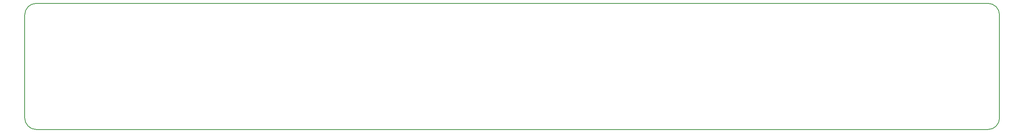
<source format=gbr>
G04 #@! TF.GenerationSoftware,KiCad,Pcbnew,(5.0.1)-4*
G04 #@! TF.CreationDate,2019-03-05T02:26:38+01:00*
G04 #@! TF.ProjectId,PSU - 1.5A,505355202D20312E35412E6B69636164,rev?*
G04 #@! TF.SameCoordinates,Original*
G04 #@! TF.FileFunction,Profile,NP*
%FSLAX46Y46*%
G04 Gerber Fmt 4.6, Leading zero omitted, Abs format (unit mm)*
G04 Created by KiCad (PCBNEW (5.0.1)-4) date 3/5/2019 2:26:38 AM*
%MOMM*%
%LPD*%
G01*
G04 APERTURE LIST*
%ADD10C,0.150000*%
G04 APERTURE END LIST*
D10*
X233680000Y-22860000D02*
G75*
G02X236220000Y-25400000I0J-2540000D01*
G01*
X236220000Y-48260000D02*
G75*
G02X233680000Y-50800000I-2540000J0D01*
G01*
X21590000Y-25400000D02*
G75*
G02X24130000Y-22860000I2540000J0D01*
G01*
X24130000Y-50800000D02*
G75*
G02X21590000Y-48260000I0J2540000D01*
G01*
X21590000Y-48260000D02*
X21590000Y-25400000D01*
X233680000Y-50800000D02*
X24130000Y-50800000D01*
X236220000Y-25400000D02*
X236220000Y-48260000D01*
X24130000Y-22860000D02*
X233680000Y-22860000D01*
M02*

</source>
